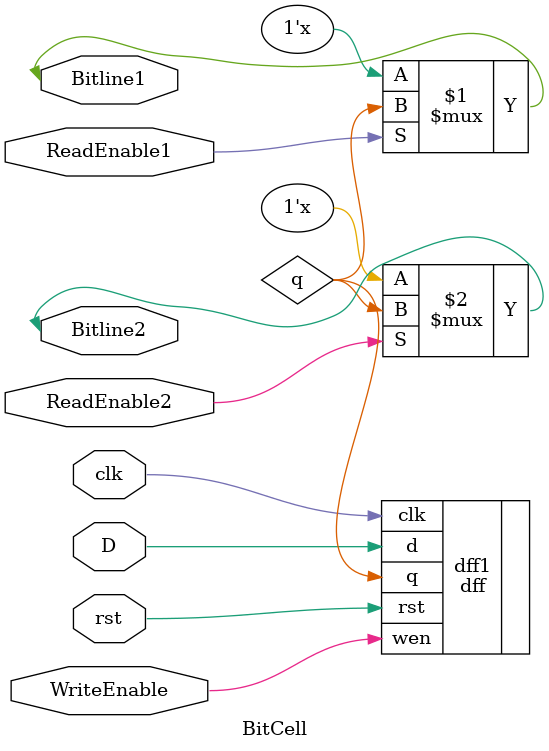
<source format=sv>
module BitCell( input clk,  input rst, input D, input WriteEnable, input ReadEnable1, input ReadEnable2, 
		inout Bitline1, inout Bitline2);

wire q; // Output of DFF

dff dff1(.q(q), .d(D), .wen(WriteEnable), .clk(clk), .rst(rst));

assign Bitline1 = (ReadEnable1) ? q : 1'bz;
assign Bitline2 = (ReadEnable2) ? q : 1'bz;

endmodule

</source>
